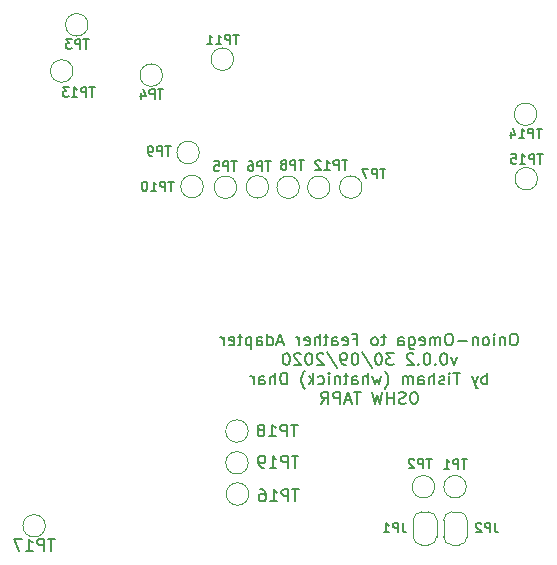
<source format=gbo>
G04 #@! TF.GenerationSoftware,KiCad,Pcbnew,(5.1.5)-3*
G04 #@! TF.CreationDate,2020-09-30T18:54:31+10:00*
G04 #@! TF.ProjectId,Onion_Feather,4f6e696f-6e5f-4466-9561-746865722e6b,rev?*
G04 #@! TF.SameCoordinates,Original*
G04 #@! TF.FileFunction,Legend,Bot*
G04 #@! TF.FilePolarity,Positive*
%FSLAX46Y46*%
G04 Gerber Fmt 4.6, Leading zero omitted, Abs format (unit mm)*
G04 Created by KiCad (PCBNEW (5.1.5)-3) date 2020-09-30 18:54:31*
%MOMM*%
%LPD*%
G04 APERTURE LIST*
%ADD10C,0.150000*%
%ADD11C,0.120000*%
%ADD12C,0.200000*%
G04 APERTURE END LIST*
D10*
X162169523Y-92227380D02*
X161979047Y-92227380D01*
X161883809Y-92275000D01*
X161788571Y-92370238D01*
X161740952Y-92560714D01*
X161740952Y-92894047D01*
X161788571Y-93084523D01*
X161883809Y-93179761D01*
X161979047Y-93227380D01*
X162169523Y-93227380D01*
X162264761Y-93179761D01*
X162360000Y-93084523D01*
X162407619Y-92894047D01*
X162407619Y-92560714D01*
X162360000Y-92370238D01*
X162264761Y-92275000D01*
X162169523Y-92227380D01*
X161312380Y-92560714D02*
X161312380Y-93227380D01*
X161312380Y-92655952D02*
X161264761Y-92608333D01*
X161169523Y-92560714D01*
X161026666Y-92560714D01*
X160931428Y-92608333D01*
X160883809Y-92703571D01*
X160883809Y-93227380D01*
X160407619Y-93227380D02*
X160407619Y-92560714D01*
X160407619Y-92227380D02*
X160455238Y-92275000D01*
X160407619Y-92322619D01*
X160360000Y-92275000D01*
X160407619Y-92227380D01*
X160407619Y-92322619D01*
X159788571Y-93227380D02*
X159883809Y-93179761D01*
X159931428Y-93132142D01*
X159979047Y-93036904D01*
X159979047Y-92751190D01*
X159931428Y-92655952D01*
X159883809Y-92608333D01*
X159788571Y-92560714D01*
X159645714Y-92560714D01*
X159550476Y-92608333D01*
X159502857Y-92655952D01*
X159455238Y-92751190D01*
X159455238Y-93036904D01*
X159502857Y-93132142D01*
X159550476Y-93179761D01*
X159645714Y-93227380D01*
X159788571Y-93227380D01*
X159026666Y-92560714D02*
X159026666Y-93227380D01*
X159026666Y-92655952D02*
X158979047Y-92608333D01*
X158883809Y-92560714D01*
X158740952Y-92560714D01*
X158645714Y-92608333D01*
X158598095Y-92703571D01*
X158598095Y-93227380D01*
X158121904Y-92846428D02*
X157360000Y-92846428D01*
X156693333Y-92227380D02*
X156502857Y-92227380D01*
X156407619Y-92275000D01*
X156312380Y-92370238D01*
X156264761Y-92560714D01*
X156264761Y-92894047D01*
X156312380Y-93084523D01*
X156407619Y-93179761D01*
X156502857Y-93227380D01*
X156693333Y-93227380D01*
X156788571Y-93179761D01*
X156883809Y-93084523D01*
X156931428Y-92894047D01*
X156931428Y-92560714D01*
X156883809Y-92370238D01*
X156788571Y-92275000D01*
X156693333Y-92227380D01*
X155836190Y-93227380D02*
X155836190Y-92560714D01*
X155836190Y-92655952D02*
X155788571Y-92608333D01*
X155693333Y-92560714D01*
X155550476Y-92560714D01*
X155455238Y-92608333D01*
X155407619Y-92703571D01*
X155407619Y-93227380D01*
X155407619Y-92703571D02*
X155360000Y-92608333D01*
X155264761Y-92560714D01*
X155121904Y-92560714D01*
X155026666Y-92608333D01*
X154979047Y-92703571D01*
X154979047Y-93227380D01*
X154121904Y-93179761D02*
X154217142Y-93227380D01*
X154407619Y-93227380D01*
X154502857Y-93179761D01*
X154550476Y-93084523D01*
X154550476Y-92703571D01*
X154502857Y-92608333D01*
X154407619Y-92560714D01*
X154217142Y-92560714D01*
X154121904Y-92608333D01*
X154074285Y-92703571D01*
X154074285Y-92798809D01*
X154550476Y-92894047D01*
X153217142Y-92560714D02*
X153217142Y-93370238D01*
X153264761Y-93465476D01*
X153312380Y-93513095D01*
X153407619Y-93560714D01*
X153550476Y-93560714D01*
X153645714Y-93513095D01*
X153217142Y-93179761D02*
X153312380Y-93227380D01*
X153502857Y-93227380D01*
X153598095Y-93179761D01*
X153645714Y-93132142D01*
X153693333Y-93036904D01*
X153693333Y-92751190D01*
X153645714Y-92655952D01*
X153598095Y-92608333D01*
X153502857Y-92560714D01*
X153312380Y-92560714D01*
X153217142Y-92608333D01*
X152312380Y-93227380D02*
X152312380Y-92703571D01*
X152360000Y-92608333D01*
X152455238Y-92560714D01*
X152645714Y-92560714D01*
X152740952Y-92608333D01*
X152312380Y-93179761D02*
X152407619Y-93227380D01*
X152645714Y-93227380D01*
X152740952Y-93179761D01*
X152788571Y-93084523D01*
X152788571Y-92989285D01*
X152740952Y-92894047D01*
X152645714Y-92846428D01*
X152407619Y-92846428D01*
X152312380Y-92798809D01*
X151217142Y-92560714D02*
X150836190Y-92560714D01*
X151074285Y-92227380D02*
X151074285Y-93084523D01*
X151026666Y-93179761D01*
X150931428Y-93227380D01*
X150836190Y-93227380D01*
X150360000Y-93227380D02*
X150455238Y-93179761D01*
X150502857Y-93132142D01*
X150550476Y-93036904D01*
X150550476Y-92751190D01*
X150502857Y-92655952D01*
X150455238Y-92608333D01*
X150360000Y-92560714D01*
X150217142Y-92560714D01*
X150121904Y-92608333D01*
X150074285Y-92655952D01*
X150026666Y-92751190D01*
X150026666Y-93036904D01*
X150074285Y-93132142D01*
X150121904Y-93179761D01*
X150217142Y-93227380D01*
X150360000Y-93227380D01*
X148502857Y-92703571D02*
X148836190Y-92703571D01*
X148836190Y-93227380D02*
X148836190Y-92227380D01*
X148360000Y-92227380D01*
X147598095Y-93179761D02*
X147693333Y-93227380D01*
X147883809Y-93227380D01*
X147979047Y-93179761D01*
X148026666Y-93084523D01*
X148026666Y-92703571D01*
X147979047Y-92608333D01*
X147883809Y-92560714D01*
X147693333Y-92560714D01*
X147598095Y-92608333D01*
X147550476Y-92703571D01*
X147550476Y-92798809D01*
X148026666Y-92894047D01*
X146693333Y-93227380D02*
X146693333Y-92703571D01*
X146740952Y-92608333D01*
X146836190Y-92560714D01*
X147026666Y-92560714D01*
X147121904Y-92608333D01*
X146693333Y-93179761D02*
X146788571Y-93227380D01*
X147026666Y-93227380D01*
X147121904Y-93179761D01*
X147169523Y-93084523D01*
X147169523Y-92989285D01*
X147121904Y-92894047D01*
X147026666Y-92846428D01*
X146788571Y-92846428D01*
X146693333Y-92798809D01*
X146360000Y-92560714D02*
X145979047Y-92560714D01*
X146217142Y-92227380D02*
X146217142Y-93084523D01*
X146169523Y-93179761D01*
X146074285Y-93227380D01*
X145979047Y-93227380D01*
X145645714Y-93227380D02*
X145645714Y-92227380D01*
X145217142Y-93227380D02*
X145217142Y-92703571D01*
X145264761Y-92608333D01*
X145360000Y-92560714D01*
X145502857Y-92560714D01*
X145598095Y-92608333D01*
X145645714Y-92655952D01*
X144360000Y-93179761D02*
X144455238Y-93227380D01*
X144645714Y-93227380D01*
X144740952Y-93179761D01*
X144788571Y-93084523D01*
X144788571Y-92703571D01*
X144740952Y-92608333D01*
X144645714Y-92560714D01*
X144455238Y-92560714D01*
X144360000Y-92608333D01*
X144312380Y-92703571D01*
X144312380Y-92798809D01*
X144788571Y-92894047D01*
X143883809Y-93227380D02*
X143883809Y-92560714D01*
X143883809Y-92751190D02*
X143836190Y-92655952D01*
X143788571Y-92608333D01*
X143693333Y-92560714D01*
X143598095Y-92560714D01*
X142550476Y-92941666D02*
X142074285Y-92941666D01*
X142645714Y-93227380D02*
X142312380Y-92227380D01*
X141979047Y-93227380D01*
X141217142Y-93227380D02*
X141217142Y-92227380D01*
X141217142Y-93179761D02*
X141312380Y-93227380D01*
X141502857Y-93227380D01*
X141598095Y-93179761D01*
X141645714Y-93132142D01*
X141693333Y-93036904D01*
X141693333Y-92751190D01*
X141645714Y-92655952D01*
X141598095Y-92608333D01*
X141502857Y-92560714D01*
X141312380Y-92560714D01*
X141217142Y-92608333D01*
X140312380Y-93227380D02*
X140312380Y-92703571D01*
X140360000Y-92608333D01*
X140455238Y-92560714D01*
X140645714Y-92560714D01*
X140740952Y-92608333D01*
X140312380Y-93179761D02*
X140407619Y-93227380D01*
X140645714Y-93227380D01*
X140740952Y-93179761D01*
X140788571Y-93084523D01*
X140788571Y-92989285D01*
X140740952Y-92894047D01*
X140645714Y-92846428D01*
X140407619Y-92846428D01*
X140312380Y-92798809D01*
X139836190Y-92560714D02*
X139836190Y-93560714D01*
X139836190Y-92608333D02*
X139740952Y-92560714D01*
X139550476Y-92560714D01*
X139455238Y-92608333D01*
X139407619Y-92655952D01*
X139360000Y-92751190D01*
X139360000Y-93036904D01*
X139407619Y-93132142D01*
X139455238Y-93179761D01*
X139550476Y-93227380D01*
X139740952Y-93227380D01*
X139836190Y-93179761D01*
X139074285Y-92560714D02*
X138693333Y-92560714D01*
X138931428Y-92227380D02*
X138931428Y-93084523D01*
X138883809Y-93179761D01*
X138788571Y-93227380D01*
X138693333Y-93227380D01*
X137979047Y-93179761D02*
X138074285Y-93227380D01*
X138264761Y-93227380D01*
X138360000Y-93179761D01*
X138407619Y-93084523D01*
X138407619Y-92703571D01*
X138360000Y-92608333D01*
X138264761Y-92560714D01*
X138074285Y-92560714D01*
X137979047Y-92608333D01*
X137931428Y-92703571D01*
X137931428Y-92798809D01*
X138407619Y-92894047D01*
X137502857Y-93227380D02*
X137502857Y-92560714D01*
X137502857Y-92751190D02*
X137455238Y-92655952D01*
X137407619Y-92608333D01*
X137312380Y-92560714D01*
X137217142Y-92560714D01*
X157240952Y-94210714D02*
X157002857Y-94877380D01*
X156764761Y-94210714D01*
X156193333Y-93877380D02*
X156098095Y-93877380D01*
X156002857Y-93925000D01*
X155955238Y-93972619D01*
X155907619Y-94067857D01*
X155860000Y-94258333D01*
X155860000Y-94496428D01*
X155907619Y-94686904D01*
X155955238Y-94782142D01*
X156002857Y-94829761D01*
X156098095Y-94877380D01*
X156193333Y-94877380D01*
X156288571Y-94829761D01*
X156336190Y-94782142D01*
X156383809Y-94686904D01*
X156431428Y-94496428D01*
X156431428Y-94258333D01*
X156383809Y-94067857D01*
X156336190Y-93972619D01*
X156288571Y-93925000D01*
X156193333Y-93877380D01*
X155431428Y-94782142D02*
X155383809Y-94829761D01*
X155431428Y-94877380D01*
X155479047Y-94829761D01*
X155431428Y-94782142D01*
X155431428Y-94877380D01*
X154764761Y-93877380D02*
X154669523Y-93877380D01*
X154574285Y-93925000D01*
X154526666Y-93972619D01*
X154479047Y-94067857D01*
X154431428Y-94258333D01*
X154431428Y-94496428D01*
X154479047Y-94686904D01*
X154526666Y-94782142D01*
X154574285Y-94829761D01*
X154669523Y-94877380D01*
X154764761Y-94877380D01*
X154860000Y-94829761D01*
X154907619Y-94782142D01*
X154955238Y-94686904D01*
X155002857Y-94496428D01*
X155002857Y-94258333D01*
X154955238Y-94067857D01*
X154907619Y-93972619D01*
X154860000Y-93925000D01*
X154764761Y-93877380D01*
X154002857Y-94782142D02*
X153955238Y-94829761D01*
X154002857Y-94877380D01*
X154050476Y-94829761D01*
X154002857Y-94782142D01*
X154002857Y-94877380D01*
X153574285Y-93972619D02*
X153526666Y-93925000D01*
X153431428Y-93877380D01*
X153193333Y-93877380D01*
X153098095Y-93925000D01*
X153050476Y-93972619D01*
X153002857Y-94067857D01*
X153002857Y-94163095D01*
X153050476Y-94305952D01*
X153621904Y-94877380D01*
X153002857Y-94877380D01*
X151907619Y-93877380D02*
X151288571Y-93877380D01*
X151621904Y-94258333D01*
X151479047Y-94258333D01*
X151383809Y-94305952D01*
X151336190Y-94353571D01*
X151288571Y-94448809D01*
X151288571Y-94686904D01*
X151336190Y-94782142D01*
X151383809Y-94829761D01*
X151479047Y-94877380D01*
X151764761Y-94877380D01*
X151860000Y-94829761D01*
X151907619Y-94782142D01*
X150669523Y-93877380D02*
X150574285Y-93877380D01*
X150479047Y-93925000D01*
X150431428Y-93972619D01*
X150383809Y-94067857D01*
X150336190Y-94258333D01*
X150336190Y-94496428D01*
X150383809Y-94686904D01*
X150431428Y-94782142D01*
X150479047Y-94829761D01*
X150574285Y-94877380D01*
X150669523Y-94877380D01*
X150764761Y-94829761D01*
X150812380Y-94782142D01*
X150860000Y-94686904D01*
X150907619Y-94496428D01*
X150907619Y-94258333D01*
X150860000Y-94067857D01*
X150812380Y-93972619D01*
X150764761Y-93925000D01*
X150669523Y-93877380D01*
X149193333Y-93829761D02*
X150050476Y-95115476D01*
X148669523Y-93877380D02*
X148574285Y-93877380D01*
X148479047Y-93925000D01*
X148431428Y-93972619D01*
X148383809Y-94067857D01*
X148336190Y-94258333D01*
X148336190Y-94496428D01*
X148383809Y-94686904D01*
X148431428Y-94782142D01*
X148479047Y-94829761D01*
X148574285Y-94877380D01*
X148669523Y-94877380D01*
X148764761Y-94829761D01*
X148812380Y-94782142D01*
X148860000Y-94686904D01*
X148907619Y-94496428D01*
X148907619Y-94258333D01*
X148860000Y-94067857D01*
X148812380Y-93972619D01*
X148764761Y-93925000D01*
X148669523Y-93877380D01*
X147860000Y-94877380D02*
X147669523Y-94877380D01*
X147574285Y-94829761D01*
X147526666Y-94782142D01*
X147431428Y-94639285D01*
X147383809Y-94448809D01*
X147383809Y-94067857D01*
X147431428Y-93972619D01*
X147479047Y-93925000D01*
X147574285Y-93877380D01*
X147764761Y-93877380D01*
X147860000Y-93925000D01*
X147907619Y-93972619D01*
X147955238Y-94067857D01*
X147955238Y-94305952D01*
X147907619Y-94401190D01*
X147860000Y-94448809D01*
X147764761Y-94496428D01*
X147574285Y-94496428D01*
X147479047Y-94448809D01*
X147431428Y-94401190D01*
X147383809Y-94305952D01*
X146240952Y-93829761D02*
X147098095Y-95115476D01*
X145955238Y-93972619D02*
X145907619Y-93925000D01*
X145812380Y-93877380D01*
X145574285Y-93877380D01*
X145479047Y-93925000D01*
X145431428Y-93972619D01*
X145383809Y-94067857D01*
X145383809Y-94163095D01*
X145431428Y-94305952D01*
X146002857Y-94877380D01*
X145383809Y-94877380D01*
X144764761Y-93877380D02*
X144669523Y-93877380D01*
X144574285Y-93925000D01*
X144526666Y-93972619D01*
X144479047Y-94067857D01*
X144431428Y-94258333D01*
X144431428Y-94496428D01*
X144479047Y-94686904D01*
X144526666Y-94782142D01*
X144574285Y-94829761D01*
X144669523Y-94877380D01*
X144764761Y-94877380D01*
X144860000Y-94829761D01*
X144907619Y-94782142D01*
X144955238Y-94686904D01*
X145002857Y-94496428D01*
X145002857Y-94258333D01*
X144955238Y-94067857D01*
X144907619Y-93972619D01*
X144860000Y-93925000D01*
X144764761Y-93877380D01*
X144050476Y-93972619D02*
X144002857Y-93925000D01*
X143907619Y-93877380D01*
X143669523Y-93877380D01*
X143574285Y-93925000D01*
X143526666Y-93972619D01*
X143479047Y-94067857D01*
X143479047Y-94163095D01*
X143526666Y-94305952D01*
X144098095Y-94877380D01*
X143479047Y-94877380D01*
X142860000Y-93877380D02*
X142764761Y-93877380D01*
X142669523Y-93925000D01*
X142621904Y-93972619D01*
X142574285Y-94067857D01*
X142526666Y-94258333D01*
X142526666Y-94496428D01*
X142574285Y-94686904D01*
X142621904Y-94782142D01*
X142669523Y-94829761D01*
X142764761Y-94877380D01*
X142860000Y-94877380D01*
X142955238Y-94829761D01*
X143002857Y-94782142D01*
X143050476Y-94686904D01*
X143098095Y-94496428D01*
X143098095Y-94258333D01*
X143050476Y-94067857D01*
X143002857Y-93972619D01*
X142955238Y-93925000D01*
X142860000Y-93877380D01*
X159812380Y-96527380D02*
X159812380Y-95527380D01*
X159812380Y-95908333D02*
X159717142Y-95860714D01*
X159526666Y-95860714D01*
X159431428Y-95908333D01*
X159383809Y-95955952D01*
X159336190Y-96051190D01*
X159336190Y-96336904D01*
X159383809Y-96432142D01*
X159431428Y-96479761D01*
X159526666Y-96527380D01*
X159717142Y-96527380D01*
X159812380Y-96479761D01*
X159002857Y-95860714D02*
X158764761Y-96527380D01*
X158526666Y-95860714D02*
X158764761Y-96527380D01*
X158860000Y-96765476D01*
X158907619Y-96813095D01*
X159002857Y-96860714D01*
X157526666Y-95527380D02*
X156955238Y-95527380D01*
X157240952Y-96527380D02*
X157240952Y-95527380D01*
X156621904Y-96527380D02*
X156621904Y-95860714D01*
X156621904Y-95527380D02*
X156669523Y-95575000D01*
X156621904Y-95622619D01*
X156574285Y-95575000D01*
X156621904Y-95527380D01*
X156621904Y-95622619D01*
X156193333Y-96479761D02*
X156098095Y-96527380D01*
X155907619Y-96527380D01*
X155812380Y-96479761D01*
X155764761Y-96384523D01*
X155764761Y-96336904D01*
X155812380Y-96241666D01*
X155907619Y-96194047D01*
X156050476Y-96194047D01*
X156145714Y-96146428D01*
X156193333Y-96051190D01*
X156193333Y-96003571D01*
X156145714Y-95908333D01*
X156050476Y-95860714D01*
X155907619Y-95860714D01*
X155812380Y-95908333D01*
X155336190Y-96527380D02*
X155336190Y-95527380D01*
X154907619Y-96527380D02*
X154907619Y-96003571D01*
X154955238Y-95908333D01*
X155050476Y-95860714D01*
X155193333Y-95860714D01*
X155288571Y-95908333D01*
X155336190Y-95955952D01*
X154002857Y-96527380D02*
X154002857Y-96003571D01*
X154050476Y-95908333D01*
X154145714Y-95860714D01*
X154336190Y-95860714D01*
X154431428Y-95908333D01*
X154002857Y-96479761D02*
X154098095Y-96527380D01*
X154336190Y-96527380D01*
X154431428Y-96479761D01*
X154479047Y-96384523D01*
X154479047Y-96289285D01*
X154431428Y-96194047D01*
X154336190Y-96146428D01*
X154098095Y-96146428D01*
X154002857Y-96098809D01*
X153526666Y-96527380D02*
X153526666Y-95860714D01*
X153526666Y-95955952D02*
X153479047Y-95908333D01*
X153383809Y-95860714D01*
X153240952Y-95860714D01*
X153145714Y-95908333D01*
X153098095Y-96003571D01*
X153098095Y-96527380D01*
X153098095Y-96003571D02*
X153050476Y-95908333D01*
X152955238Y-95860714D01*
X152812380Y-95860714D01*
X152717142Y-95908333D01*
X152669523Y-96003571D01*
X152669523Y-96527380D01*
X151145714Y-96908333D02*
X151193333Y-96860714D01*
X151288571Y-96717857D01*
X151336190Y-96622619D01*
X151383809Y-96479761D01*
X151431428Y-96241666D01*
X151431428Y-96051190D01*
X151383809Y-95813095D01*
X151336190Y-95670238D01*
X151288571Y-95575000D01*
X151193333Y-95432142D01*
X151145714Y-95384523D01*
X150860000Y-95860714D02*
X150669523Y-96527380D01*
X150479047Y-96051190D01*
X150288571Y-96527380D01*
X150098095Y-95860714D01*
X149717142Y-96527380D02*
X149717142Y-95527380D01*
X149288571Y-96527380D02*
X149288571Y-96003571D01*
X149336190Y-95908333D01*
X149431428Y-95860714D01*
X149574285Y-95860714D01*
X149669523Y-95908333D01*
X149717142Y-95955952D01*
X148383809Y-96527380D02*
X148383809Y-96003571D01*
X148431428Y-95908333D01*
X148526666Y-95860714D01*
X148717142Y-95860714D01*
X148812380Y-95908333D01*
X148383809Y-96479761D02*
X148479047Y-96527380D01*
X148717142Y-96527380D01*
X148812380Y-96479761D01*
X148860000Y-96384523D01*
X148860000Y-96289285D01*
X148812380Y-96194047D01*
X148717142Y-96146428D01*
X148479047Y-96146428D01*
X148383809Y-96098809D01*
X148050476Y-95860714D02*
X147669523Y-95860714D01*
X147907619Y-95527380D02*
X147907619Y-96384523D01*
X147860000Y-96479761D01*
X147764761Y-96527380D01*
X147669523Y-96527380D01*
X147336190Y-95860714D02*
X147336190Y-96527380D01*
X147336190Y-95955952D02*
X147288571Y-95908333D01*
X147193333Y-95860714D01*
X147050476Y-95860714D01*
X146955238Y-95908333D01*
X146907619Y-96003571D01*
X146907619Y-96527380D01*
X146431428Y-96527380D02*
X146431428Y-95860714D01*
X146431428Y-95527380D02*
X146479047Y-95575000D01*
X146431428Y-95622619D01*
X146383809Y-95575000D01*
X146431428Y-95527380D01*
X146431428Y-95622619D01*
X145526666Y-96479761D02*
X145621904Y-96527380D01*
X145812380Y-96527380D01*
X145907619Y-96479761D01*
X145955238Y-96432142D01*
X146002857Y-96336904D01*
X146002857Y-96051190D01*
X145955238Y-95955952D01*
X145907619Y-95908333D01*
X145812380Y-95860714D01*
X145621904Y-95860714D01*
X145526666Y-95908333D01*
X145098095Y-96527380D02*
X145098095Y-95527380D01*
X145002857Y-96146428D02*
X144717142Y-96527380D01*
X144717142Y-95860714D02*
X145098095Y-96241666D01*
X144383809Y-96908333D02*
X144336190Y-96860714D01*
X144240952Y-96717857D01*
X144193333Y-96622619D01*
X144145714Y-96479761D01*
X144098095Y-96241666D01*
X144098095Y-96051190D01*
X144145714Y-95813095D01*
X144193333Y-95670238D01*
X144240952Y-95575000D01*
X144336190Y-95432142D01*
X144383809Y-95384523D01*
X142860000Y-96527380D02*
X142860000Y-95527380D01*
X142621904Y-95527380D01*
X142479047Y-95575000D01*
X142383809Y-95670238D01*
X142336190Y-95765476D01*
X142288571Y-95955952D01*
X142288571Y-96098809D01*
X142336190Y-96289285D01*
X142383809Y-96384523D01*
X142479047Y-96479761D01*
X142621904Y-96527380D01*
X142860000Y-96527380D01*
X141860000Y-96527380D02*
X141860000Y-95527380D01*
X141431428Y-96527380D02*
X141431428Y-96003571D01*
X141479047Y-95908333D01*
X141574285Y-95860714D01*
X141717142Y-95860714D01*
X141812380Y-95908333D01*
X141860000Y-95955952D01*
X140526666Y-96527380D02*
X140526666Y-96003571D01*
X140574285Y-95908333D01*
X140669523Y-95860714D01*
X140860000Y-95860714D01*
X140955238Y-95908333D01*
X140526666Y-96479761D02*
X140621904Y-96527380D01*
X140860000Y-96527380D01*
X140955238Y-96479761D01*
X141002857Y-96384523D01*
X141002857Y-96289285D01*
X140955238Y-96194047D01*
X140860000Y-96146428D01*
X140621904Y-96146428D01*
X140526666Y-96098809D01*
X140050476Y-96527380D02*
X140050476Y-95860714D01*
X140050476Y-96051190D02*
X140002857Y-95955952D01*
X139955238Y-95908333D01*
X139860000Y-95860714D01*
X139764761Y-95860714D01*
X153717142Y-97177380D02*
X153526666Y-97177380D01*
X153431428Y-97225000D01*
X153336190Y-97320238D01*
X153288571Y-97510714D01*
X153288571Y-97844047D01*
X153336190Y-98034523D01*
X153431428Y-98129761D01*
X153526666Y-98177380D01*
X153717142Y-98177380D01*
X153812380Y-98129761D01*
X153907619Y-98034523D01*
X153955238Y-97844047D01*
X153955238Y-97510714D01*
X153907619Y-97320238D01*
X153812380Y-97225000D01*
X153717142Y-97177380D01*
X152907619Y-98129761D02*
X152764761Y-98177380D01*
X152526666Y-98177380D01*
X152431428Y-98129761D01*
X152383809Y-98082142D01*
X152336190Y-97986904D01*
X152336190Y-97891666D01*
X152383809Y-97796428D01*
X152431428Y-97748809D01*
X152526666Y-97701190D01*
X152717142Y-97653571D01*
X152812380Y-97605952D01*
X152860000Y-97558333D01*
X152907619Y-97463095D01*
X152907619Y-97367857D01*
X152860000Y-97272619D01*
X152812380Y-97225000D01*
X152717142Y-97177380D01*
X152479047Y-97177380D01*
X152336190Y-97225000D01*
X151907619Y-98177380D02*
X151907619Y-97177380D01*
X151907619Y-97653571D02*
X151336190Y-97653571D01*
X151336190Y-98177380D02*
X151336190Y-97177380D01*
X150955238Y-97177380D02*
X150717142Y-98177380D01*
X150526666Y-97463095D01*
X150336190Y-98177380D01*
X150098095Y-97177380D01*
X149098095Y-97177380D02*
X148526666Y-97177380D01*
X148812380Y-98177380D02*
X148812380Y-97177380D01*
X148240952Y-97891666D02*
X147764761Y-97891666D01*
X148336190Y-98177380D02*
X148002857Y-97177380D01*
X147669523Y-98177380D01*
X147336190Y-98177380D02*
X147336190Y-97177380D01*
X146955238Y-97177380D01*
X146859999Y-97225000D01*
X146812380Y-97272619D01*
X146764761Y-97367857D01*
X146764761Y-97510714D01*
X146812380Y-97605952D01*
X146859999Y-97653571D01*
X146955238Y-97701190D01*
X147336190Y-97701190D01*
X145764761Y-98177380D02*
X146098095Y-97701190D01*
X146336190Y-98177380D02*
X146336190Y-97177380D01*
X145955238Y-97177380D01*
X145859999Y-97225000D01*
X145812380Y-97272619D01*
X145764761Y-97367857D01*
X145764761Y-97510714D01*
X145812380Y-97605952D01*
X145859999Y-97653571D01*
X145955238Y-97701190D01*
X146336190Y-97701190D01*
D11*
X139583200Y-103174800D02*
G75*
G03X139583200Y-103174800I-950000J0D01*
G01*
X139583200Y-100482400D02*
G75*
G03X139583200Y-100482400I-950000J0D01*
G01*
X122412800Y-108508800D02*
G75*
G03X122412800Y-108508800I-950000J0D01*
G01*
X139634000Y-105816400D02*
G75*
G03X139634000Y-105816400I-950000J0D01*
G01*
X164081500Y-79121000D02*
G75*
G03X164081500Y-79121000I-950000J0D01*
G01*
X164018000Y-73660000D02*
G75*
G03X164018000Y-73660000I-950000J0D01*
G01*
X132330000Y-70350000D02*
G75*
G03X132330000Y-70350000I-950000J0D01*
G01*
X126020000Y-66090000D02*
G75*
G03X126020000Y-66090000I-950000J0D01*
G01*
X155375000Y-105200000D02*
G75*
G03X155375000Y-105200000I-950000J0D01*
G01*
X158050000Y-105200000D02*
G75*
G03X158050000Y-105200000I-950000J0D01*
G01*
X156125000Y-108025000D02*
X156125000Y-109425000D01*
X156825000Y-110125000D02*
X157425000Y-110125000D01*
X158125000Y-109425000D02*
X158125000Y-108025000D01*
X157425000Y-107325000D02*
X156825000Y-107325000D01*
X156825000Y-107325000D02*
G75*
G03X156125000Y-108025000I0J-700000D01*
G01*
X158125000Y-108025000D02*
G75*
G03X157425000Y-107325000I-700000J0D01*
G01*
X157425000Y-110125000D02*
G75*
G03X158125000Y-109425000I0J700000D01*
G01*
X156125000Y-109425000D02*
G75*
G03X156825000Y-110125000I700000J0D01*
G01*
X153550000Y-108025000D02*
X153550000Y-109425000D01*
X154250000Y-110125000D02*
X154850000Y-110125000D01*
X155550000Y-109425000D02*
X155550000Y-108025000D01*
X154850000Y-107325000D02*
X154250000Y-107325000D01*
X154250000Y-107325000D02*
G75*
G03X153550000Y-108025000I0J-700000D01*
G01*
X155550000Y-108025000D02*
G75*
G03X154850000Y-107325000I-700000J0D01*
G01*
X154850000Y-110125000D02*
G75*
G03X155550000Y-109425000I0J700000D01*
G01*
X153550000Y-109425000D02*
G75*
G03X154250000Y-110125000I700000J0D01*
G01*
X138610000Y-79840000D02*
G75*
G03X138610000Y-79840000I-950000J0D01*
G01*
X141320000Y-79810000D02*
G75*
G03X141320000Y-79810000I-950000J0D01*
G01*
X149220000Y-79830000D02*
G75*
G03X149220000Y-79830000I-950000J0D01*
G01*
X143920000Y-79840000D02*
G75*
G03X143920000Y-79840000I-950000J0D01*
G01*
X135450000Y-76900000D02*
G75*
G03X135450000Y-76900000I-950000J0D01*
G01*
X135780000Y-79770000D02*
G75*
G03X135780000Y-79770000I-950000J0D01*
G01*
X138350000Y-69000000D02*
G75*
G03X138350000Y-69000000I-950000J0D01*
G01*
X146510000Y-79850000D02*
G75*
G03X146510000Y-79850000I-950000J0D01*
G01*
X124750000Y-70000000D02*
G75*
G03X124750000Y-70000000I-950000J0D01*
G01*
D10*
X143825695Y-102576380D02*
X143254266Y-102576380D01*
X143539980Y-103576380D02*
X143539980Y-102576380D01*
X142920933Y-103576380D02*
X142920933Y-102576380D01*
X142539980Y-102576380D01*
X142444742Y-102624000D01*
X142397123Y-102671619D01*
X142349504Y-102766857D01*
X142349504Y-102909714D01*
X142397123Y-103004952D01*
X142444742Y-103052571D01*
X142539980Y-103100190D01*
X142920933Y-103100190D01*
X141397123Y-103576380D02*
X141968552Y-103576380D01*
X141682838Y-103576380D02*
X141682838Y-102576380D01*
X141778076Y-102719238D01*
X141873314Y-102814476D01*
X141968552Y-102862095D01*
X140920933Y-103576380D02*
X140730457Y-103576380D01*
X140635219Y-103528761D01*
X140587600Y-103481142D01*
X140492361Y-103338285D01*
X140444742Y-103147809D01*
X140444742Y-102766857D01*
X140492361Y-102671619D01*
X140539980Y-102624000D01*
X140635219Y-102576380D01*
X140825695Y-102576380D01*
X140920933Y-102624000D01*
X140968552Y-102671619D01*
X141016171Y-102766857D01*
X141016171Y-103004952D01*
X140968552Y-103100190D01*
X140920933Y-103147809D01*
X140825695Y-103195428D01*
X140635219Y-103195428D01*
X140539980Y-103147809D01*
X140492361Y-103100190D01*
X140444742Y-103004952D01*
X143774895Y-99934780D02*
X143203466Y-99934780D01*
X143489180Y-100934780D02*
X143489180Y-99934780D01*
X142870133Y-100934780D02*
X142870133Y-99934780D01*
X142489180Y-99934780D01*
X142393942Y-99982400D01*
X142346323Y-100030019D01*
X142298704Y-100125257D01*
X142298704Y-100268114D01*
X142346323Y-100363352D01*
X142393942Y-100410971D01*
X142489180Y-100458590D01*
X142870133Y-100458590D01*
X141346323Y-100934780D02*
X141917752Y-100934780D01*
X141632038Y-100934780D02*
X141632038Y-99934780D01*
X141727276Y-100077638D01*
X141822514Y-100172876D01*
X141917752Y-100220495D01*
X140774895Y-100363352D02*
X140870133Y-100315733D01*
X140917752Y-100268114D01*
X140965371Y-100172876D01*
X140965371Y-100125257D01*
X140917752Y-100030019D01*
X140870133Y-99982400D01*
X140774895Y-99934780D01*
X140584419Y-99934780D01*
X140489180Y-99982400D01*
X140441561Y-100030019D01*
X140393942Y-100125257D01*
X140393942Y-100172876D01*
X140441561Y-100268114D01*
X140489180Y-100315733D01*
X140584419Y-100363352D01*
X140774895Y-100363352D01*
X140870133Y-100410971D01*
X140917752Y-100458590D01*
X140965371Y-100553828D01*
X140965371Y-100744304D01*
X140917752Y-100839542D01*
X140870133Y-100887161D01*
X140774895Y-100934780D01*
X140584419Y-100934780D01*
X140489180Y-100887161D01*
X140441561Y-100839542D01*
X140393942Y-100744304D01*
X140393942Y-100553828D01*
X140441561Y-100458590D01*
X140489180Y-100410971D01*
X140584419Y-100363352D01*
X123200895Y-109609180D02*
X122629466Y-109609180D01*
X122915180Y-110609180D02*
X122915180Y-109609180D01*
X122296133Y-110609180D02*
X122296133Y-109609180D01*
X121915180Y-109609180D01*
X121819942Y-109656800D01*
X121772323Y-109704419D01*
X121724704Y-109799657D01*
X121724704Y-109942514D01*
X121772323Y-110037752D01*
X121819942Y-110085371D01*
X121915180Y-110132990D01*
X122296133Y-110132990D01*
X120772323Y-110609180D02*
X121343752Y-110609180D01*
X121058038Y-110609180D02*
X121058038Y-109609180D01*
X121153276Y-109752038D01*
X121248514Y-109847276D01*
X121343752Y-109894895D01*
X120438990Y-109609180D02*
X119772323Y-109609180D01*
X120200895Y-110609180D01*
X143876495Y-105421180D02*
X143305066Y-105421180D01*
X143590780Y-106421180D02*
X143590780Y-105421180D01*
X142971733Y-106421180D02*
X142971733Y-105421180D01*
X142590780Y-105421180D01*
X142495542Y-105468800D01*
X142447923Y-105516419D01*
X142400304Y-105611657D01*
X142400304Y-105754514D01*
X142447923Y-105849752D01*
X142495542Y-105897371D01*
X142590780Y-105944990D01*
X142971733Y-105944990D01*
X141447923Y-106421180D02*
X142019352Y-106421180D01*
X141733638Y-106421180D02*
X141733638Y-105421180D01*
X141828876Y-105564038D01*
X141924114Y-105659276D01*
X142019352Y-105706895D01*
X140590780Y-105421180D02*
X140781257Y-105421180D01*
X140876495Y-105468800D01*
X140924114Y-105516419D01*
X141019352Y-105659276D01*
X141066971Y-105849752D01*
X141066971Y-106230704D01*
X141019352Y-106325942D01*
X140971733Y-106373561D01*
X140876495Y-106421180D01*
X140686019Y-106421180D01*
X140590780Y-106373561D01*
X140543161Y-106325942D01*
X140495542Y-106230704D01*
X140495542Y-105992609D01*
X140543161Y-105897371D01*
X140590780Y-105849752D01*
X140686019Y-105802133D01*
X140876495Y-105802133D01*
X140971733Y-105849752D01*
X141019352Y-105897371D01*
X141066971Y-105992609D01*
D12*
X164521976Y-77031904D02*
X164064833Y-77031904D01*
X164293404Y-77831904D02*
X164293404Y-77031904D01*
X163798166Y-77831904D02*
X163798166Y-77031904D01*
X163493404Y-77031904D01*
X163417214Y-77070000D01*
X163379119Y-77108095D01*
X163341023Y-77184285D01*
X163341023Y-77298571D01*
X163379119Y-77374761D01*
X163417214Y-77412857D01*
X163493404Y-77450952D01*
X163798166Y-77450952D01*
X162579119Y-77831904D02*
X163036261Y-77831904D01*
X162807690Y-77831904D02*
X162807690Y-77031904D01*
X162883880Y-77146190D01*
X162960071Y-77222380D01*
X163036261Y-77260476D01*
X161855309Y-77031904D02*
X162236261Y-77031904D01*
X162274357Y-77412857D01*
X162236261Y-77374761D01*
X162160071Y-77336666D01*
X161969595Y-77336666D01*
X161893404Y-77374761D01*
X161855309Y-77412857D01*
X161817214Y-77489047D01*
X161817214Y-77679523D01*
X161855309Y-77755714D01*
X161893404Y-77793809D01*
X161969595Y-77831904D01*
X162160071Y-77831904D01*
X162236261Y-77793809D01*
X162274357Y-77755714D01*
X164458476Y-74869904D02*
X164001333Y-74869904D01*
X164229904Y-75669904D02*
X164229904Y-74869904D01*
X163734666Y-75669904D02*
X163734666Y-74869904D01*
X163429904Y-74869904D01*
X163353714Y-74908000D01*
X163315619Y-74946095D01*
X163277523Y-75022285D01*
X163277523Y-75136571D01*
X163315619Y-75212761D01*
X163353714Y-75250857D01*
X163429904Y-75288952D01*
X163734666Y-75288952D01*
X162515619Y-75669904D02*
X162972761Y-75669904D01*
X162744190Y-75669904D02*
X162744190Y-74869904D01*
X162820380Y-74984190D01*
X162896571Y-75060380D01*
X162972761Y-75098476D01*
X161829904Y-75136571D02*
X161829904Y-75669904D01*
X162020380Y-74831809D02*
X162210857Y-75403238D01*
X161715619Y-75403238D01*
X132389523Y-71559904D02*
X131932380Y-71559904D01*
X132160952Y-72359904D02*
X132160952Y-71559904D01*
X131665714Y-72359904D02*
X131665714Y-71559904D01*
X131360952Y-71559904D01*
X131284761Y-71598000D01*
X131246666Y-71636095D01*
X131208571Y-71712285D01*
X131208571Y-71826571D01*
X131246666Y-71902761D01*
X131284761Y-71940857D01*
X131360952Y-71978952D01*
X131665714Y-71978952D01*
X130522857Y-71826571D02*
X130522857Y-72359904D01*
X130713333Y-71521809D02*
X130903809Y-72093238D01*
X130408571Y-72093238D01*
X126079523Y-67299904D02*
X125622380Y-67299904D01*
X125850952Y-68099904D02*
X125850952Y-67299904D01*
X125355714Y-68099904D02*
X125355714Y-67299904D01*
X125050952Y-67299904D01*
X124974761Y-67338000D01*
X124936666Y-67376095D01*
X124898571Y-67452285D01*
X124898571Y-67566571D01*
X124936666Y-67642761D01*
X124974761Y-67680857D01*
X125050952Y-67718952D01*
X125355714Y-67718952D01*
X124631904Y-67299904D02*
X124136666Y-67299904D01*
X124403333Y-67604666D01*
X124289047Y-67604666D01*
X124212857Y-67642761D01*
X124174761Y-67680857D01*
X124136666Y-67757047D01*
X124136666Y-67947523D01*
X124174761Y-68023714D01*
X124212857Y-68061809D01*
X124289047Y-68099904D01*
X124517619Y-68099904D01*
X124593809Y-68061809D01*
X124631904Y-68023714D01*
X155109523Y-102836904D02*
X154652380Y-102836904D01*
X154880952Y-103636904D02*
X154880952Y-102836904D01*
X154385714Y-103636904D02*
X154385714Y-102836904D01*
X154080952Y-102836904D01*
X154004761Y-102875000D01*
X153966666Y-102913095D01*
X153928571Y-102989285D01*
X153928571Y-103103571D01*
X153966666Y-103179761D01*
X154004761Y-103217857D01*
X154080952Y-103255952D01*
X154385714Y-103255952D01*
X153623809Y-102913095D02*
X153585714Y-102875000D01*
X153509523Y-102836904D01*
X153319047Y-102836904D01*
X153242857Y-102875000D01*
X153204761Y-102913095D01*
X153166666Y-102989285D01*
X153166666Y-103065476D01*
X153204761Y-103179761D01*
X153661904Y-103636904D01*
X153166666Y-103636904D01*
X158109523Y-102886904D02*
X157652380Y-102886904D01*
X157880952Y-103686904D02*
X157880952Y-102886904D01*
X157385714Y-103686904D02*
X157385714Y-102886904D01*
X157080952Y-102886904D01*
X157004761Y-102925000D01*
X156966666Y-102963095D01*
X156928571Y-103039285D01*
X156928571Y-103153571D01*
X156966666Y-103229761D01*
X157004761Y-103267857D01*
X157080952Y-103305952D01*
X157385714Y-103305952D01*
X156166666Y-103686904D02*
X156623809Y-103686904D01*
X156395238Y-103686904D02*
X156395238Y-102886904D01*
X156471428Y-103001190D01*
X156547619Y-103077380D01*
X156623809Y-103115476D01*
X160466666Y-108261904D02*
X160466666Y-108833333D01*
X160504761Y-108947619D01*
X160580952Y-109023809D01*
X160695238Y-109061904D01*
X160771428Y-109061904D01*
X160085714Y-109061904D02*
X160085714Y-108261904D01*
X159780952Y-108261904D01*
X159704761Y-108300000D01*
X159666666Y-108338095D01*
X159628571Y-108414285D01*
X159628571Y-108528571D01*
X159666666Y-108604761D01*
X159704761Y-108642857D01*
X159780952Y-108680952D01*
X160085714Y-108680952D01*
X159323809Y-108338095D02*
X159285714Y-108300000D01*
X159209523Y-108261904D01*
X159019047Y-108261904D01*
X158942857Y-108300000D01*
X158904761Y-108338095D01*
X158866666Y-108414285D01*
X158866666Y-108490476D01*
X158904761Y-108604761D01*
X159361904Y-109061904D01*
X158866666Y-109061904D01*
X152666666Y-108261904D02*
X152666666Y-108833333D01*
X152704761Y-108947619D01*
X152780952Y-109023809D01*
X152895238Y-109061904D01*
X152971428Y-109061904D01*
X152285714Y-109061904D02*
X152285714Y-108261904D01*
X151980952Y-108261904D01*
X151904761Y-108300000D01*
X151866666Y-108338095D01*
X151828571Y-108414285D01*
X151828571Y-108528571D01*
X151866666Y-108604761D01*
X151904761Y-108642857D01*
X151980952Y-108680952D01*
X152285714Y-108680952D01*
X151066666Y-109061904D02*
X151523809Y-109061904D01*
X151295238Y-109061904D02*
X151295238Y-108261904D01*
X151371428Y-108376190D01*
X151447619Y-108452380D01*
X151523809Y-108490476D01*
X138609523Y-77661904D02*
X138152380Y-77661904D01*
X138380952Y-78461904D02*
X138380952Y-77661904D01*
X137885714Y-78461904D02*
X137885714Y-77661904D01*
X137580952Y-77661904D01*
X137504761Y-77700000D01*
X137466666Y-77738095D01*
X137428571Y-77814285D01*
X137428571Y-77928571D01*
X137466666Y-78004761D01*
X137504761Y-78042857D01*
X137580952Y-78080952D01*
X137885714Y-78080952D01*
X136704761Y-77661904D02*
X137085714Y-77661904D01*
X137123809Y-78042857D01*
X137085714Y-78004761D01*
X137009523Y-77966666D01*
X136819047Y-77966666D01*
X136742857Y-78004761D01*
X136704761Y-78042857D01*
X136666666Y-78119047D01*
X136666666Y-78309523D01*
X136704761Y-78385714D01*
X136742857Y-78423809D01*
X136819047Y-78461904D01*
X137009523Y-78461904D01*
X137085714Y-78423809D01*
X137123809Y-78385714D01*
X141509523Y-77661904D02*
X141052380Y-77661904D01*
X141280952Y-78461904D02*
X141280952Y-77661904D01*
X140785714Y-78461904D02*
X140785714Y-77661904D01*
X140480952Y-77661904D01*
X140404761Y-77700000D01*
X140366666Y-77738095D01*
X140328571Y-77814285D01*
X140328571Y-77928571D01*
X140366666Y-78004761D01*
X140404761Y-78042857D01*
X140480952Y-78080952D01*
X140785714Y-78080952D01*
X139642857Y-77661904D02*
X139795238Y-77661904D01*
X139871428Y-77700000D01*
X139909523Y-77738095D01*
X139985714Y-77852380D01*
X140023809Y-78004761D01*
X140023809Y-78309523D01*
X139985714Y-78385714D01*
X139947619Y-78423809D01*
X139871428Y-78461904D01*
X139719047Y-78461904D01*
X139642857Y-78423809D01*
X139604761Y-78385714D01*
X139566666Y-78309523D01*
X139566666Y-78119047D01*
X139604761Y-78042857D01*
X139642857Y-78004761D01*
X139719047Y-77966666D01*
X139871428Y-77966666D01*
X139947619Y-78004761D01*
X139985714Y-78042857D01*
X140023809Y-78119047D01*
X151209523Y-78261904D02*
X150752380Y-78261904D01*
X150980952Y-79061904D02*
X150980952Y-78261904D01*
X150485714Y-79061904D02*
X150485714Y-78261904D01*
X150180952Y-78261904D01*
X150104761Y-78300000D01*
X150066666Y-78338095D01*
X150028571Y-78414285D01*
X150028571Y-78528571D01*
X150066666Y-78604761D01*
X150104761Y-78642857D01*
X150180952Y-78680952D01*
X150485714Y-78680952D01*
X149761904Y-78261904D02*
X149228571Y-78261904D01*
X149571428Y-79061904D01*
X144309523Y-77561904D02*
X143852380Y-77561904D01*
X144080952Y-78361904D02*
X144080952Y-77561904D01*
X143585714Y-78361904D02*
X143585714Y-77561904D01*
X143280952Y-77561904D01*
X143204761Y-77600000D01*
X143166666Y-77638095D01*
X143128571Y-77714285D01*
X143128571Y-77828571D01*
X143166666Y-77904761D01*
X143204761Y-77942857D01*
X143280952Y-77980952D01*
X143585714Y-77980952D01*
X142671428Y-77904761D02*
X142747619Y-77866666D01*
X142785714Y-77828571D01*
X142823809Y-77752380D01*
X142823809Y-77714285D01*
X142785714Y-77638095D01*
X142747619Y-77600000D01*
X142671428Y-77561904D01*
X142519047Y-77561904D01*
X142442857Y-77600000D01*
X142404761Y-77638095D01*
X142366666Y-77714285D01*
X142366666Y-77752380D01*
X142404761Y-77828571D01*
X142442857Y-77866666D01*
X142519047Y-77904761D01*
X142671428Y-77904761D01*
X142747619Y-77942857D01*
X142785714Y-77980952D01*
X142823809Y-78057142D01*
X142823809Y-78209523D01*
X142785714Y-78285714D01*
X142747619Y-78323809D01*
X142671428Y-78361904D01*
X142519047Y-78361904D01*
X142442857Y-78323809D01*
X142404761Y-78285714D01*
X142366666Y-78209523D01*
X142366666Y-78057142D01*
X142404761Y-77980952D01*
X142442857Y-77942857D01*
X142519047Y-77904761D01*
X133009523Y-76361904D02*
X132552380Y-76361904D01*
X132780952Y-77161904D02*
X132780952Y-76361904D01*
X132285714Y-77161904D02*
X132285714Y-76361904D01*
X131980952Y-76361904D01*
X131904761Y-76400000D01*
X131866666Y-76438095D01*
X131828571Y-76514285D01*
X131828571Y-76628571D01*
X131866666Y-76704761D01*
X131904761Y-76742857D01*
X131980952Y-76780952D01*
X132285714Y-76780952D01*
X131447619Y-77161904D02*
X131295238Y-77161904D01*
X131219047Y-77123809D01*
X131180952Y-77085714D01*
X131104761Y-76971428D01*
X131066666Y-76819047D01*
X131066666Y-76514285D01*
X131104761Y-76438095D01*
X131142857Y-76400000D01*
X131219047Y-76361904D01*
X131371428Y-76361904D01*
X131447619Y-76400000D01*
X131485714Y-76438095D01*
X131523809Y-76514285D01*
X131523809Y-76704761D01*
X131485714Y-76780952D01*
X131447619Y-76819047D01*
X131371428Y-76857142D01*
X131219047Y-76857142D01*
X131142857Y-76819047D01*
X131104761Y-76780952D01*
X131066666Y-76704761D01*
X133290476Y-79361904D02*
X132833333Y-79361904D01*
X133061904Y-80161904D02*
X133061904Y-79361904D01*
X132566666Y-80161904D02*
X132566666Y-79361904D01*
X132261904Y-79361904D01*
X132185714Y-79400000D01*
X132147619Y-79438095D01*
X132109523Y-79514285D01*
X132109523Y-79628571D01*
X132147619Y-79704761D01*
X132185714Y-79742857D01*
X132261904Y-79780952D01*
X132566666Y-79780952D01*
X131347619Y-80161904D02*
X131804761Y-80161904D01*
X131576190Y-80161904D02*
X131576190Y-79361904D01*
X131652380Y-79476190D01*
X131728571Y-79552380D01*
X131804761Y-79590476D01*
X130852380Y-79361904D02*
X130776190Y-79361904D01*
X130700000Y-79400000D01*
X130661904Y-79438095D01*
X130623809Y-79514285D01*
X130585714Y-79666666D01*
X130585714Y-79857142D01*
X130623809Y-80009523D01*
X130661904Y-80085714D01*
X130700000Y-80123809D01*
X130776190Y-80161904D01*
X130852380Y-80161904D01*
X130928571Y-80123809D01*
X130966666Y-80085714D01*
X131004761Y-80009523D01*
X131042857Y-79857142D01*
X131042857Y-79666666D01*
X131004761Y-79514285D01*
X130966666Y-79438095D01*
X130928571Y-79400000D01*
X130852380Y-79361904D01*
X138790476Y-66913904D02*
X138333333Y-66913904D01*
X138561904Y-67713904D02*
X138561904Y-66913904D01*
X138066666Y-67713904D02*
X138066666Y-66913904D01*
X137761904Y-66913904D01*
X137685714Y-66952000D01*
X137647619Y-66990095D01*
X137609523Y-67066285D01*
X137609523Y-67180571D01*
X137647619Y-67256761D01*
X137685714Y-67294857D01*
X137761904Y-67332952D01*
X138066666Y-67332952D01*
X136847619Y-67713904D02*
X137304761Y-67713904D01*
X137076190Y-67713904D02*
X137076190Y-66913904D01*
X137152380Y-67028190D01*
X137228571Y-67104380D01*
X137304761Y-67142476D01*
X136085714Y-67713904D02*
X136542857Y-67713904D01*
X136314285Y-67713904D02*
X136314285Y-66913904D01*
X136390476Y-67028190D01*
X136466666Y-67104380D01*
X136542857Y-67142476D01*
X147990476Y-77561904D02*
X147533333Y-77561904D01*
X147761904Y-78361904D02*
X147761904Y-77561904D01*
X147266666Y-78361904D02*
X147266666Y-77561904D01*
X146961904Y-77561904D01*
X146885714Y-77600000D01*
X146847619Y-77638095D01*
X146809523Y-77714285D01*
X146809523Y-77828571D01*
X146847619Y-77904761D01*
X146885714Y-77942857D01*
X146961904Y-77980952D01*
X147266666Y-77980952D01*
X146047619Y-78361904D02*
X146504761Y-78361904D01*
X146276190Y-78361904D02*
X146276190Y-77561904D01*
X146352380Y-77676190D01*
X146428571Y-77752380D01*
X146504761Y-77790476D01*
X145742857Y-77638095D02*
X145704761Y-77600000D01*
X145628571Y-77561904D01*
X145438095Y-77561904D01*
X145361904Y-77600000D01*
X145323809Y-77638095D01*
X145285714Y-77714285D01*
X145285714Y-77790476D01*
X145323809Y-77904761D01*
X145780952Y-78361904D01*
X145285714Y-78361904D01*
X126590476Y-71361904D02*
X126133333Y-71361904D01*
X126361904Y-72161904D02*
X126361904Y-71361904D01*
X125866666Y-72161904D02*
X125866666Y-71361904D01*
X125561904Y-71361904D01*
X125485714Y-71400000D01*
X125447619Y-71438095D01*
X125409523Y-71514285D01*
X125409523Y-71628571D01*
X125447619Y-71704761D01*
X125485714Y-71742857D01*
X125561904Y-71780952D01*
X125866666Y-71780952D01*
X124647619Y-72161904D02*
X125104761Y-72161904D01*
X124876190Y-72161904D02*
X124876190Y-71361904D01*
X124952380Y-71476190D01*
X125028571Y-71552380D01*
X125104761Y-71590476D01*
X124380952Y-71361904D02*
X123885714Y-71361904D01*
X124152380Y-71666666D01*
X124038095Y-71666666D01*
X123961904Y-71704761D01*
X123923809Y-71742857D01*
X123885714Y-71819047D01*
X123885714Y-72009523D01*
X123923809Y-72085714D01*
X123961904Y-72123809D01*
X124038095Y-72161904D01*
X124266666Y-72161904D01*
X124342857Y-72123809D01*
X124380952Y-72085714D01*
M02*

</source>
